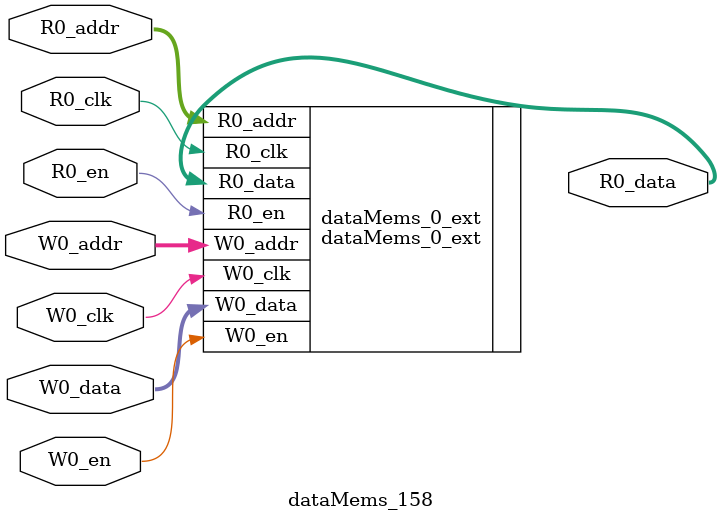
<source format=sv>
`ifndef RANDOMIZE
  `ifdef RANDOMIZE_REG_INIT
    `define RANDOMIZE
  `endif // RANDOMIZE_REG_INIT
`endif // not def RANDOMIZE
`ifndef RANDOMIZE
  `ifdef RANDOMIZE_MEM_INIT
    `define RANDOMIZE
  `endif // RANDOMIZE_MEM_INIT
`endif // not def RANDOMIZE

`ifndef RANDOM
  `define RANDOM $random
`endif // not def RANDOM

// Users can define 'PRINTF_COND' to add an extra gate to prints.
`ifndef PRINTF_COND_
  `ifdef PRINTF_COND
    `define PRINTF_COND_ (`PRINTF_COND)
  `else  // PRINTF_COND
    `define PRINTF_COND_ 1
  `endif // PRINTF_COND
`endif // not def PRINTF_COND_

// Users can define 'ASSERT_VERBOSE_COND' to add an extra gate to assert error printing.
`ifndef ASSERT_VERBOSE_COND_
  `ifdef ASSERT_VERBOSE_COND
    `define ASSERT_VERBOSE_COND_ (`ASSERT_VERBOSE_COND)
  `else  // ASSERT_VERBOSE_COND
    `define ASSERT_VERBOSE_COND_ 1
  `endif // ASSERT_VERBOSE_COND
`endif // not def ASSERT_VERBOSE_COND_

// Users can define 'STOP_COND' to add an extra gate to stop conditions.
`ifndef STOP_COND_
  `ifdef STOP_COND
    `define STOP_COND_ (`STOP_COND)
  `else  // STOP_COND
    `define STOP_COND_ 1
  `endif // STOP_COND
`endif // not def STOP_COND_

// Users can define INIT_RANDOM as general code that gets injected into the
// initializer block for modules with registers.
`ifndef INIT_RANDOM
  `define INIT_RANDOM
`endif // not def INIT_RANDOM

// If using random initialization, you can also define RANDOMIZE_DELAY to
// customize the delay used, otherwise 0.002 is used.
`ifndef RANDOMIZE_DELAY
  `define RANDOMIZE_DELAY 0.002
`endif // not def RANDOMIZE_DELAY

// Define INIT_RANDOM_PROLOG_ for use in our modules below.
`ifndef INIT_RANDOM_PROLOG_
  `ifdef RANDOMIZE
    `ifdef VERILATOR
      `define INIT_RANDOM_PROLOG_ `INIT_RANDOM
    `else  // VERILATOR
      `define INIT_RANDOM_PROLOG_ `INIT_RANDOM #`RANDOMIZE_DELAY begin end
    `endif // VERILATOR
  `else  // RANDOMIZE
    `define INIT_RANDOM_PROLOG_
  `endif // RANDOMIZE
`endif // not def INIT_RANDOM_PROLOG_

// Include register initializers in init blocks unless synthesis is set
`ifndef SYNTHESIS
  `ifndef ENABLE_INITIAL_REG_
    `define ENABLE_INITIAL_REG_
  `endif // not def ENABLE_INITIAL_REG_
`endif // not def SYNTHESIS

// Include rmemory initializers in init blocks unless synthesis is set
`ifndef SYNTHESIS
  `ifndef ENABLE_INITIAL_MEM_
    `define ENABLE_INITIAL_MEM_
  `endif // not def ENABLE_INITIAL_MEM_
`endif // not def SYNTHESIS

module dataMems_158(	// @[generators/ara/src/main/scala/UnsafeAXI4ToTL.scala:365:62]
  input  [4:0]   R0_addr,
  input          R0_en,
  input          R0_clk,
  output [130:0] R0_data,
  input  [4:0]   W0_addr,
  input          W0_en,
  input          W0_clk,
  input  [130:0] W0_data
);

  dataMems_0_ext dataMems_0_ext (	// @[generators/ara/src/main/scala/UnsafeAXI4ToTL.scala:365:62]
    .R0_addr (R0_addr),
    .R0_en   (R0_en),
    .R0_clk  (R0_clk),
    .R0_data (R0_data),
    .W0_addr (W0_addr),
    .W0_en   (W0_en),
    .W0_clk  (W0_clk),
    .W0_data (W0_data)
  );
endmodule


</source>
